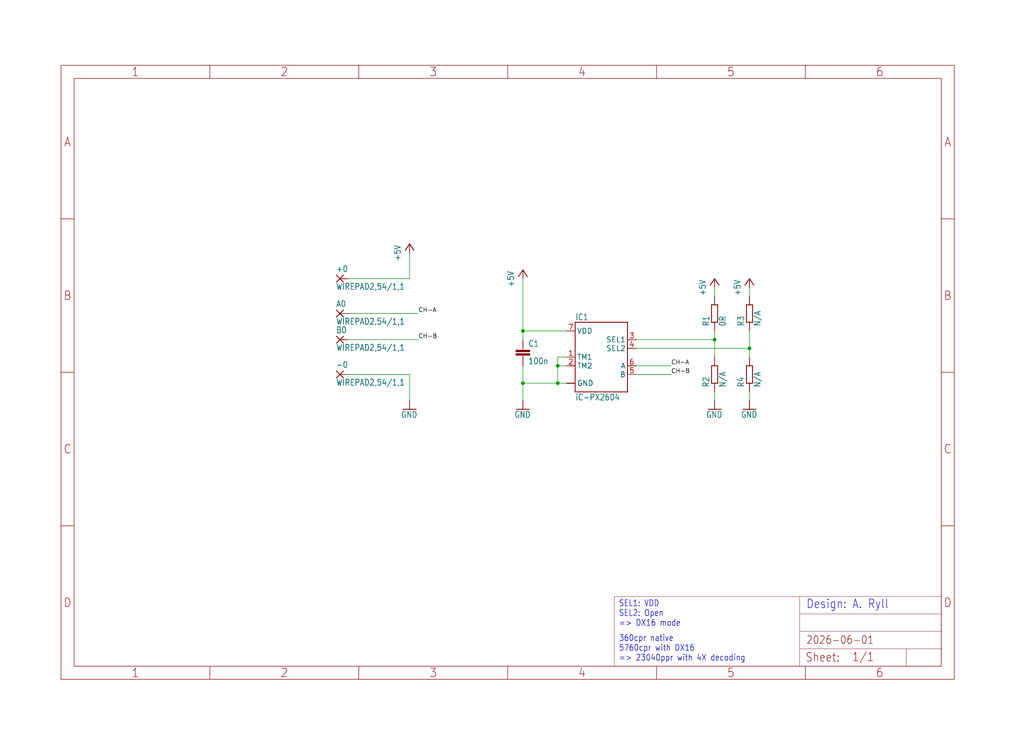
<source format=kicad_sch>
(kicad_sch (version 20250114) (generator "eeschema") (generator_version "9.0")
  (paper "User" 298.45 217.322)
  (lib_symbols
    (symbol "Encoder iC-PX v1b-eagle-import:+5V" (power)
      (symbol "+5V_1_0"
        (polyline (pts (xy 0 0) (xy -1.27 -1.905)) (stroke (width 0.254)))
        (polyline (pts (xy 1.27 -1.905) (xy 0 0)) (stroke (width 0.254)))
        (pin power_in line (at 0 -2.54 90) (length 2.54) (name "+5V") (number "1"))
      )
    )
    (symbol "Encoder iC-PX v1b-eagle-import:A4L-LOC"
      (symbol "A4L-LOC_1_0"
        (polyline (pts (xy 0 179.07) (xy 260.35 179.07) (xy 260.35 0) (xy 0 0) (xy 0 179.07)))
        (polyline (pts (xy 0 134.3025) (xy 3.81 134.3025)))
        (polyline (pts (xy 0 89.535) (xy 3.81 89.535)))
        (polyline (pts (xy 0 44.7675) (xy 3.81 44.7675)))
        (polyline (pts (xy 3.81 175.26) (xy 3.81 3.81)))
        (polyline (pts (xy 43.3917 179.07) (xy 43.3917 175.26)))
        (polyline (pts (xy 43.3917 3.81) (xy 43.3917 0)))
        (polyline (pts (xy 86.7833 179.07) (xy 86.7833 175.26)))
        (polyline (pts (xy 86.7833 3.81) (xy 86.7833 0)))
        (polyline (pts (xy 130.175 179.07) (xy 130.175 175.26)))
        (polyline (pts (xy 130.175 3.81) (xy 130.175 0)))
        (polyline (pts (xy 161.29 24.13) (xy 215.265 24.13)) (stroke (width 0.1016)))
        (polyline (pts (xy 161.29 3.81) (xy 161.29 24.13)) (stroke (width 0.1016)))
        (polyline (pts (xy 173.5667 179.07) (xy 173.5667 175.26)))
        (polyline (pts (xy 173.5667 3.81) (xy 173.5667 0)))
        (polyline (pts (xy 215.265 24.13) (xy 256.54 24.13)) (stroke (width 0.1016)))
        (polyline (pts (xy 215.265 19.05) (xy 215.265 24.13)) (stroke (width 0.1016)))
        (polyline (pts (xy 215.265 19.05) (xy 256.54 19.05)) (stroke (width 0.1016)))
        (polyline (pts (xy 215.265 13.97) (xy 215.265 19.05)) (stroke (width 0.1016)))
        (polyline (pts (xy 215.265 13.97) (xy 256.54 13.97)) (stroke (width 0.1016)))
        (polyline (pts (xy 215.265 8.89) (xy 215.265 13.97)) (stroke (width 0.1016)))
        (polyline (pts (xy 215.265 8.89) (xy 215.265 3.81)) (stroke (width 0.1016)))
        (polyline (pts (xy 216.9583 179.07) (xy 216.9583 175.26)))
        (polyline (pts (xy 216.9583 3.81) (xy 216.9583 0)))
        (polyline (pts (xy 246.38 8.89) (xy 215.265 8.89)) (stroke (width 0.1016)))
        (polyline (pts (xy 246.38 8.89) (xy 256.54 8.89)) (stroke (width 0.1016)))
        (polyline (pts (xy 246.38 3.81) (xy 246.38 8.89)) (stroke (width 0.1016)))
        (polyline (pts (xy 256.54 175.26) (xy 3.81 175.26)))
        (polyline (pts (xy 256.54 175.26) (xy 256.54 3.81)))
        (polyline (pts (xy 256.54 134.3025) (xy 260.35 134.3025)))
        (polyline (pts (xy 256.54 89.535) (xy 260.35 89.535)))
        (polyline (pts (xy 256.54 44.7675) (xy 260.35 44.7675)))
        (polyline (pts (xy 256.54 19.05) (xy 256.54 24.13)) (stroke (width 0.1016)))
        (polyline (pts (xy 256.54 13.97) (xy 256.54 19.05)) (stroke (width 0.1016)))
        (polyline (pts (xy 256.54 8.89) (xy 256.54 13.97)) (stroke (width 0.1016)))
        (polyline (pts (xy 256.54 3.81) (xy 3.81 3.81)))
        (polyline (pts (xy 256.54 3.81) (xy 256.54 8.89)) (stroke (width 0.1016)))
        (text "A" (at 1.905 156.6863 0) (effects (font (size 2.54 2.286))))
        (text "B" (at 1.905 111.9188 0) (effects (font (size 2.54 2.286))))
        (text "C" (at 1.905 67.1513 0) (effects (font (size 2.54 2.286))))
        (text "D" (at 1.905 22.3838 0) (effects (font (size 2.54 2.286))))
        (text "1" (at 21.6958 177.165 0) (effects (font (size 2.54 2.286))))
        (text "1" (at 21.6958 1.905 0) (effects (font (size 2.54 2.286))))
        (text "2" (at 65.0875 177.165 0) (effects (font (size 2.54 2.286))))
        (text "2" (at 65.0875 1.905 0) (effects (font (size 2.54 2.286))))
        (text "3" (at 108.4792 177.165 0) (effects (font (size 2.54 2.286))))
        (text "3" (at 108.4792 1.905 0) (effects (font (size 2.54 2.286))))
        (text "4" (at 151.8708 177.165 0) (effects (font (size 2.54 2.286))))
        (text "4" (at 151.8708 1.905 0) (effects (font (size 2.54 2.286))))
        (text "5" (at 195.2625 177.165 0) (effects (font (size 2.54 2.286))))
        (text "5" (at 195.2625 1.905 0) (effects (font (size 2.54 2.286))))
        (text "Sheet:" (at 216.916 4.953 0) (effects (font (size 2.54 2.159)) (justify left bottom)))
        (text "${PROJECTNAME}" (at 217.17 15.24 0) (effects (font (size 2.54 2.159)) (justify left bottom)))
        (text "${CURRENT_DATE}" (at 217.17 10.16 0) (effects (font (size 2.286 1.9431)) (justify left bottom)))
        (text "${#}/${##}" (at 230.505 5.08 0) (effects (font (size 2.54 2.159)) (justify left bottom)))
        (text "6" (at 238.6542 177.165 0) (effects (font (size 2.54 2.286))))
        (text "6" (at 238.6542 1.905 0) (effects (font (size 2.54 2.286))))
        (text "A" (at 258.445 156.6863 0) (effects (font (size 2.54 2.286))))
        (text "B" (at 258.445 111.9188 0) (effects (font (size 2.54 2.286))))
        (text "C" (at 258.445 67.1513 0) (effects (font (size 2.54 2.286))))
        (text "D" (at 258.445 22.3838 0) (effects (font (size 2.54 2.286))))
      )
    )
    (symbol "Encoder iC-PX v1b-eagle-import:C-EUC0603"
      (property "Reference" "C" (at 1.524 0.381 0))
      (symbol "C-EUC0603_1_0"
        (rectangle (start -2.032 -1.016) (end 2.032 -0.508) (fill (type outline)))
        (rectangle (start -2.032 -2.032) (end 2.032 -1.524) (fill (type outline)))
        (polyline (pts (xy 0 0) (xy 0 -0.508)) (stroke (width 0.1524)))
        (polyline (pts (xy 0 -2.54) (xy 0 -2.032)) (stroke (width 0.1524)))
        (pin passive line (at 0 2.54 270) (length 2.54) (name "1") (number "1"))
        (pin passive line (at 0 -5.08 90) (length 2.54) (name "2") (number "2"))
      )
    )
    (symbol "Encoder iC-PX v1b-eagle-import:GND" (power)
      (symbol "GND_1_0"
        (polyline (pts (xy -1.905 0) (xy 1.905 0)) (stroke (width 0.254)))
        (pin power_in line (at 0 2.54 270) (length 2.54) (name "GND") (number "1"))
      )
    )
    (symbol "Encoder iC-PX v1b-eagle-import:IC-PX"
      (property "Reference" "IC" (at -7.62 10.668 0))
      (symbol "IC-PX_1_0"
        (polyline (pts (xy -7.62 10.16) (xy -7.62 -10.16)) (stroke (width 0.254)))
        (polyline (pts (xy -7.62 -10.16) (xy 7.62 -10.16)) (stroke (width 0.254)))
        (polyline (pts (xy 7.62 10.16) (xy -7.62 10.16)) (stroke (width 0.254)))
        (polyline (pts (xy 7.62 -10.16) (xy 7.62 10.16)) (stroke (width 0.254)))
        (pin bidirectional line (at -10.16 7.62 0) (length 2.54) (name "VDD") (number "7"))
        (pin bidirectional line (at -10.16 0 0) (length 2.54) (name "TM1") (number "1"))
        (pin bidirectional line (at -10.16 -2.54 0) (length 2.54) (name "TM2") (number "2"))
        (pin bidirectional line (at -10.16 -7.62 0) (length 2.54) (name "GND") (number "8"))
        (pin bidirectional line (at -10.16 -7.62 0) (length 2.54) (name "GND") (number "BP"))
        (pin bidirectional line (at 10.16 5.08 180) (length 2.54) (name "SEL1") (number "3"))
        (pin bidirectional line (at 10.16 2.54 180) (length 2.54) (name "SEL2") (number "4"))
        (pin bidirectional line (at 10.16 -2.54 180) (length 2.54) (name "A") (number "6"))
        (pin bidirectional line (at 10.16 -5.08 180) (length 2.54) (name "B") (number "5"))
      )
    )
    (symbol "Encoder iC-PX v1b-eagle-import:R-EU_R0603"
      (property "Reference" "R" (at -3.81 1.4986 0))
      (symbol "R-EU_R0603_1_0"
        (polyline (pts (xy -2.54 -0.889) (xy -2.54 0.889)) (stroke (width 0.254)))
        (polyline (pts (xy -2.54 -0.889) (xy 2.54 -0.889)) (stroke (width 0.254)))
        (polyline (pts (xy 2.54 0.889) (xy -2.54 0.889)) (stroke (width 0.254)))
        (polyline (pts (xy 2.54 -0.889) (xy 2.54 0.889)) (stroke (width 0.254)))
        (pin passive line (at -5.08 0 0) (length 2.54) (name "1") (number "1"))
        (pin passive line (at 5.08 0 180) (length 2.54) (name "2") (number "2"))
      )
    )
    (symbol "Encoder iC-PX v1b-eagle-import:WIREPAD2,54/1,1"
      (property "Reference" "PAD" (at -1.143 1.8542 0))
      (symbol "WIREPAD2,54/1,1_1_0"
        (polyline (pts (xy -1.016 1.016) (xy 1.016 -1.016)) (stroke (width 0.254)))
        (polyline (pts (xy -1.016 -1.016) (xy 1.016 1.016)) (stroke (width 0.254)))
        (pin passive line (at 2.54 0 180) (length 2.54) (name "P") (number "1"))
      )
    )
  )
  (text "360cpr native\n5760cpr with DX16\n=> 23040ppr with 4X decoding" (at 180.34 193.04 0) (effects (font (size 1.778 1.5113)) (justify left bottom)))
  (text "SEL1: VDD\nSEL2: Open\n=> DX16 mode" (at 180.34 182.88 0) (effects (font (size 1.778 1.5113)) (justify left bottom)))
  (text "Design: A. Ryll" (at 234.95 177.8 0) (effects (font (size 2.54 2.159)) (justify left bottom)))
  (junction (at 152.4 111.76))
  (junction (at 218.44 101.6))
  (junction (at 208.28 99.06))
  (junction (at 162.56 111.76))
  (junction (at 152.4 96.52))
  (junction (at 162.56 106.68))
  (wire (pts (xy 119.38 81.28) (xy 119.38 73.66)) (stroke (width 0.1524)))
  (wire (pts (xy 218.44 104.14) (xy 218.44 101.6)) (stroke (width 0.1524)))
  (wire (pts (xy 185.42 99.06) (xy 208.28 99.06)) (stroke (width 0.1524)))
  (wire (pts (xy 218.44 101.6) (xy 218.44 96.52)) (stroke (width 0.1524)))
  (wire (pts (xy 185.42 101.6) (xy 218.44 101.6)) (stroke (width 0.1524)))
  (wire (pts (xy 152.4 96.52) (xy 152.4 81.28)) (stroke (width 0.1524)))
  (wire (pts (xy 162.56 104.14) (xy 162.56 106.68)) (stroke (width 0.1524)))
  (wire (pts (xy 208.28 116.84) (xy 208.28 114.3)) (stroke (width 0.1524)))
  (wire (pts (xy 101.6 99.06) (xy 121.92 99.06)) (stroke (width 0.1524)))
  (wire (pts (xy 162.56 106.68) (xy 162.56 111.76)) (stroke (width 0.1524)))
  (wire (pts (xy 165.1 96.52) (xy 152.4 96.52)) (stroke (width 0.1524)))
  (wire (pts (xy 152.4 96.52) (xy 152.4 99.06)) (stroke (width 0.1524)))
  (wire (pts (xy 208.28 86.36) (xy 208.28 83.82)) (stroke (width 0.1524)))
  (wire (pts (xy 208.28 99.06) (xy 208.28 96.52)) (stroke (width 0.1524)))
  (wire (pts (xy 101.6 81.28) (xy 119.38 81.28)) (stroke (width 0.1524)))
  (wire (pts (xy 152.4 111.76) (xy 152.4 106.68)) (stroke (width 0.1524)))
  (wire (pts (xy 165.1 106.68) (xy 162.56 106.68)) (stroke (width 0.1524)))
  (wire (pts (xy 101.6 91.44) (xy 121.92 91.44)) (stroke (width 0.1524)))
  (wire (pts (xy 162.56 111.76) (xy 152.4 111.76)) (stroke (width 0.1524)))
  (wire (pts (xy 218.44 116.84) (xy 218.44 114.3)) (stroke (width 0.1524)))
  (wire (pts (xy 119.38 109.22) (xy 119.38 116.84)) (stroke (width 0.1524)))
  (wire (pts (xy 152.4 116.84) (xy 152.4 111.76)) (stroke (width 0.1524)))
  (wire (pts (xy 101.6 109.22) (xy 119.38 109.22)) (stroke (width 0.1524)))
  (wire (pts (xy 165.1 104.14) (xy 162.56 104.14)) (stroke (width 0.1524)))
  (wire (pts (xy 208.28 104.14) (xy 208.28 99.06)) (stroke (width 0.1524)))
  (wire (pts (xy 185.42 106.68) (xy 195.58 106.68)) (stroke (width 0.1524)))
  (wire (pts (xy 165.1 111.76) (xy 162.56 111.76)) (stroke (width 0.1524)))
  (wire (pts (xy 218.44 86.36) (xy 218.44 83.82)) (stroke (width 0.1524)))
  (wire (pts (xy 185.42 109.22) (xy 195.58 109.22)) (stroke (width 0.1524)))
  (label "CH-A" (at 195.58 106.68 0) (effects (font (size 1.2446 1.2446))))
  (label "CH-B" (at 121.92 99.06 0) (effects (font (size 1.2446 1.2446))))
  (label "CH-A" (at 121.92 91.44 0) (effects (font (size 1.2446 1.2446))))
  (label "CH-B" (at 195.58 109.22 0) (effects (font (size 1.2446 1.2446))))
  (symbol (lib_id "Encoder iC-PX v1b-eagle-import:GND") (at 152.4 119.38 0) (unit 1)
    (property "Reference" "#GND2" (effects (hide yes)))
    (property "Value" "GND" (at 149.86 121.92 0) (effects (font (size 1.778 1.5113)) (justify left bottom)))
  )
  (symbol (lib_id "Encoder iC-PX v1b-eagle-import:+5V") (at 208.28 81.28 0) (unit 1)
    (property "Reference" "#P+3" (effects (hide yes)))
    (property "Value" "+5V" (at 205.74 86.36 90) (effects (font (size 1.778 1.5113)) (justify left bottom)))
  )
  (symbol (lib_id "Encoder iC-PX v1b-eagle-import:GND") (at 119.38 119.38 0) (unit 1)
    (property "Reference" "#GND1" (effects (hide yes)))
    (property "Value" "GND" (at 116.84 121.92 0) (effects (font (size 1.778 1.5113)) (justify left bottom)))
  )
  (symbol (lib_id "Encoder iC-PX v1b-eagle-import:+5V") (at 218.44 81.28 0) (unit 1)
    (property "Reference" "#P+4" (effects (hide yes)))
    (property "Value" "+5V" (at 215.9 86.36 90) (effects (font (size 1.778 1.5113)) (justify left bottom)))
  )
  (symbol (lib_id "Encoder iC-PX v1b-eagle-import:WIREPAD2,54/1,1") (at 99.06 99.06 0) (unit 1)
    (property "Reference" "B0" (at 97.917 97.2058 0) (effects (font (size 1.778 1.5113)) (justify left bottom)))
    (property "Value" "WIREPAD2,54/1,1" (at 97.917 102.362 0) (effects (font (size 1.778 1.5113)) (justify left bottom)))
    (property "Footprint" "Encoder iC-PX v1b:2,54_1,1" (effects (hide yes)))
  )
  (symbol (lib_id "Encoder iC-PX v1b-eagle-import:+5V") (at 119.38 71.12 0) (unit 1)
    (property "Reference" "#P+1" (effects (hide yes)))
    (property "Value" "+5V" (at 116.84 76.2 90) (effects (font (size 1.778 1.5113)) (justify left bottom)))
  )
  (symbol (lib_id "Encoder iC-PX v1b-eagle-import:GND") (at 208.28 119.38 0) (unit 1)
    (property "Reference" "#GND3" (effects (hide yes)))
    (property "Value" "GND" (at 205.74 121.92 0) (effects (font (size 1.778 1.5113)) (justify left bottom)))
  )
  (symbol (lib_id "Encoder iC-PX v1b-eagle-import:WIREPAD2,54/1,1") (at 99.06 91.44 0) (unit 1)
    (property "Reference" "A0" (at 97.917 89.5858 0) (effects (font (size 1.778 1.5113)) (justify left bottom)))
    (property "Value" "WIREPAD2,54/1,1" (at 97.917 94.742 0) (effects (font (size 1.778 1.5113)) (justify left bottom)))
    (property "Footprint" "Encoder iC-PX v1b:2,54_1,1" (effects (hide yes)))
  )
  (symbol (lib_id "Encoder iC-PX v1b-eagle-import:R-EU_R0603") (at 208.28 91.44 90) (unit 1)
    (property "Reference" "R1" (at 206.7814 95.25 0) (effects (font (size 1.778 1.5113)) (justify left bottom)))
    (property "Value" "0R" (at 211.582 95.25 0) (effects (font (size 1.778 1.5113)) (justify left bottom)))
    (property "Footprint" "Encoder iC-PX v1b:R0603" (effects (hide yes)))
  )
  (symbol (lib_id "Encoder iC-PX v1b-eagle-import:R-EU_R0603") (at 208.28 109.22 90) (unit 1)
    (property "Reference" "R2" (at 206.7814 113.03 0) (effects (font (size 1.778 1.5113)) (justify left bottom)))
    (property "Value" "N/A" (at 211.582 113.03 0) (effects (font (size 1.778 1.5113)) (justify left bottom)))
    (property "Footprint" "Encoder iC-PX v1b:R0603" (effects (hide yes)))
  )
  (symbol (lib_id "Encoder iC-PX v1b-eagle-import:IC-PX") (at 175.26 104.14 0) (unit 1)
    (property "Reference" "IC1" (at 167.64 93.472 0) (effects (font (size 1.778 1.5113)) (justify left bottom)))
    (property "Value" "iC-PX2604" (at 167.64 116.84 0) (effects (font (size 1.778 1.5113)) (justify left bottom)))
    (property "Footprint" "Encoder iC-PX v1b:ODFN8-3X3" (effects (hide yes)))
  )
  (symbol (lib_id "Encoder iC-PX v1b-eagle-import:GND") (at 218.44 119.38 0) (unit 1)
    (property "Reference" "#GND4" (effects (hide yes)))
    (property "Value" "GND" (at 215.9 121.92 0) (effects (font (size 1.778 1.5113)) (justify left bottom)))
  )
  (symbol (lib_id "Encoder iC-PX v1b-eagle-import:R-EU_R0603") (at 218.44 109.22 90) (unit 1)
    (property "Reference" "R4" (at 216.9414 113.03 0) (effects (font (size 1.778 1.5113)) (justify left bottom)))
    (property "Value" "N/A" (at 221.742 113.03 0) (effects (font (size 1.778 1.5113)) (justify left bottom)))
    (property "Footprint" "Encoder iC-PX v1b:R0603" (effects (hide yes)))
  )
  (symbol (lib_id "Encoder iC-PX v1b-eagle-import:R-EU_R0603") (at 218.44 91.44 90) (unit 1)
    (property "Reference" "R3" (at 216.9414 95.25 0) (effects (font (size 1.778 1.5113)) (justify left bottom)))
    (property "Value" "N/A" (at 221.742 95.25 0) (effects (font (size 1.778 1.5113)) (justify left bottom)))
    (property "Footprint" "Encoder iC-PX v1b:R0603" (effects (hide yes)))
  )
  (symbol (lib_id "Encoder iC-PX v1b-eagle-import:WIREPAD2,54/1,1") (at 99.06 81.28 0) (unit 1)
    (property "Reference" "+0" (at 97.917 79.4258 0) (effects (font (size 1.778 1.5113)) (justify left bottom)))
    (property "Value" "WIREPAD2,54/1,1" (at 97.917 84.582 0) (effects (font (size 1.778 1.5113)) (justify left bottom)))
    (property "Footprint" "Encoder iC-PX v1b:2,54_1,1" (effects (hide yes)))
  )
  (symbol (lib_id "Encoder iC-PX v1b-eagle-import:A4L-LOC") (at 17.78 198.12 0) (unit 1)
    (property "Reference" "#FRAME1" (effects (hide yes)))
    (property "Value" "A4L-LOC" (effects (hide yes)))
  )
  (symbol (lib_id "Encoder iC-PX v1b-eagle-import:+5V") (at 152.4 78.74 0) (unit 1)
    (property "Reference" "#P+2" (effects (hide yes)))
    (property "Value" "+5V" (at 149.86 83.82 90) (effects (font (size 1.778 1.5113)) (justify left bottom)))
  )
  (symbol (lib_id "Encoder iC-PX v1b-eagle-import:C-EUC0603") (at 152.4 101.6 0) (unit 1)
    (property "Reference" "C1" (at 153.924 101.219 0) (effects (font (size 1.778 1.5113)) (justify left bottom)))
    (property "Value" "100n" (at 153.924 106.299 0) (effects (font (size 1.778 1.5113)) (justify left bottom)))
    (property "Footprint" "Encoder iC-PX v1b:C0603" (effects (hide yes)))
  )
  (symbol (lib_id "Encoder iC-PX v1b-eagle-import:WIREPAD2,54/1,1") (at 99.06 109.22 0) (unit 1)
    (property "Reference" "-0" (at 97.917 107.3658 0) (effects (font (size 1.778 1.5113)) (justify left bottom)))
    (property "Value" "WIREPAD2,54/1,1" (at 97.917 112.522 0) (effects (font (size 1.778 1.5113)) (justify left bottom)))
    (property "Footprint" "Encoder iC-PX v1b:2,54_1,1" (effects (hide yes)))
  )
)
</source>
